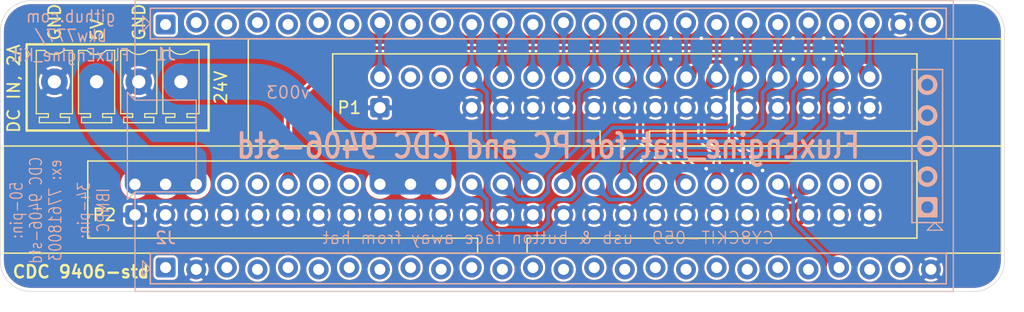
<source format=kicad_pcb>
(kicad_pcb (version 20240108) (generator "pcbnew") (generator_version "8.0")
  (title_block (title "FluxEngine_Hat for PC and CDC 9406-std") (date "2024-04-29") (rev "003") (company "Brian K. White - b.kenyon.w@gmail.com") (comment 1 "github.com/bkw777/FluxEngine_Kit"))
  (layers (0 "F.Cu" signal) (31 "B.Cu" signal) (34 "B.Paste" user) (35 "F.Paste" user) (36 "B.SilkS" user "B.Silkscreen") (37 "F.SilkS" user "F.Silkscreen") (38 "B.Mask" user) (39 "F.Mask" user) (44 "Edge.Cuts" user))
  (net 0 "")
  (net 1 "GND")
  (net 4 "/SIDE")
  (net 5 "/~{DSB}")
  (net 6 "/~{REDWC}")
  (net 7 "/~{TRK0}")
  (net 8 "/~{MOTB}")
  (net 9 "/~{WGATE}")
  (net 10 "/~{INDEX}")
  (net 11 "/~{WPROT}")
  (net 12 "/~{DSA}")
  (net 13 "/~{MOTA}")
  (net 14 "/~{STEP}")
  (net 15 "/DIR")
  (net 48 "/5VDC")
  (net 49 "/24VDC")
  (net 54 "/~{DSKCHG}")
  (net 57 "/~{WDATA}")
  (net 58 "/~{RDATA}")
  (net 60 "/~{TG43}")
  (footprint "000_LOCAL:IDC-Header_2x17_P2.54mm_Latch_Vertical - FDD" (layer "F.Cu") (at 133.985 93.345 90)
    (property "Reference" "P1" (at 0 -2.54 0) (layer "F.SilkS"))
    (property "Value" "FDC_BUS_IBMPC")
    (fp_line (start 5.715 -10.922) (end 5.715 51.562) (stroke (width 0.12)) (layer "F.SilkS"))
    (fp_line (start -3.175 -10.922) (end 5.715 -10.922) (stroke (width 0.12)) (layer "F.SilkS"))
    (fp_line (start 4.47 -3.92) (end 4.47 44.56) (stroke (width 0.12)) (layer "F.SilkS"))
    (fp_line (start -1.93 -3.92) (end 4.47 -3.92) (stroke (width 0.12)) (layer "F.SilkS"))
    (fp_line (start -1.93 18.27) (end -1.93 -3.92) (stroke (width 0.12)) (layer "F.SilkS"))
    (fp_line (start -3.175 18.27) (end -1.93 18.27) (stroke (width 0.12)) (layer "F.SilkS"))
    (fp_line (start -1.93 22.37) (end -1.93 22.37) (stroke (width 0.12)) (layer "F.SilkS"))
    (fp_line (start -1.93 22.37) (end -3.175 22.37) (stroke (width 0.12)) (layer "F.SilkS"))
    (fp_line (start 4.47 44.56) (end -1.93 44.56) (stroke (width 0.12)) (layer "F.SilkS"))
    (fp_line (start -1.93 44.56) (end -1.93 22.37) (stroke (width 0.12)) (layer "F.SilkS"))
    (fp_line (start 5.715 51.562) (end -3.175 51.562) (stroke (width 0.12)) (layer "F.SilkS"))
    (fp_line (start -3.175 51.562) (end -3.175 -10.922) (stroke (width 0.12)) (layer "F.SilkS"))
    (pad "1" thru_hole roundrect (at 0 0 90) (size 1.6 1.6) (drill 0.95) (layers "*.Cu" "*.Mask") (roundrect_rratio 0.15625) (net 1 "GND"))
    (pad "2" thru_hole circle (at 2.54 0 90) (size 1.6 1.6) (drill 0.95) (layers "*.Cu" "*.Mask") (net 6 "/~{REDWC}"))
    (pad "4" thru_hole circle (at 2.54 2.54 90) (size 1.6 1.6) (drill 0.95) (layers "*.Cu" "*.Mask"))
    (pad "6" thru_hole circle (at 2.54 5.08 90) (size 1.6 1.6) (drill 0.95) (layers "*.Cu" "*.Mask"))
    (pad "7" thru_hole circle (at 0 7.62 90) (size 1.6 1.6) (drill 0.95) (layers "*.Cu" "*.Mask") (net 1 "GND"))
    (pad "8" thru_hole circle (at 2.54 7.62 90) (size 1.6 1.6) (drill 0.95) (layers "*.Cu" "*.Mask") (net 10 "/~{INDEX}"))
    (pad "9" thru_hole circle (at 0 10.16 90) (size 1.6 1.6) (drill 0.95) (layers "*.Cu" "*.Mask") (net 1 "GND"))
    (pad "10" thru_hole circle (at 2.54 10.16 90) (size 1.6 1.6) (drill 0.95) (layers "*.Cu" "*.Mask") (net 13 "/~{MOTA}"))
    (pad "11" thru_hole circle (at 0 12.7 90) (size 1.6 1.6) (drill 0.95) (layers "*.Cu" "*.Mask") (net 1 "GND"))
    (pad "12" thru_hole circle (at 2.54 12.7 90) (size 1.6 1.6) (drill 0.95) (layers "*.Cu" "*.Mask") (net 5 "/~{DSB}"))
    (pad "13" thru_hole circle (at 0 15.24 90) (size 1.6 1.6) (drill 0.95) (layers "*.Cu" "*.Mask") (net 1 "GND"))
    (pad "14" thru_hole circle (at 2.54 15.24 90) (size 1.6 1.6) (drill 0.95) (layers "*.Cu" "*.Mask") (net 12 "/~{DSA}"))
    (pad "15" thru_hole circle (at 0 17.78 90) (size 1.6 1.6) (drill 0.95) (layers "*.Cu" "*.Mask") (net 1 "GND"))
    (pad "16" thru_hole circle (at 2.54 17.78 90) (size 1.6 1.6) (drill 0.95) (layers "*.Cu" "*.Mask") (net 8 "/~{MOTB}"))
    (pad "17" thru_hole circle (at 0 20.32 90) (size 1.6 1.6) (drill 0.95) (layers "*.Cu" "*.Mask") (net 1 "GND"))
    (pad "18" thru_hole circle (at 2.54 20.32 90) (size 1.6 1.6) (drill 0.95) (layers "*.Cu" "*.Mask") (net 15 "/DIR"))
    (pad "19" thru_hole circle (at 0 22.86 90) (size 1.6 1.6) (drill 0.95) (layers "*.Cu" "*.Mask") (net 1 "GND"))
    (pad "20" thru_hole circle (at 2.54 22.86 90) (size 1.6 1.6) (drill 0.95) (layers "*.Cu" "*.Mask") (net 14 "/~{STEP}"))
    (pad "21" thru_hole circle (at 0 25.4 90) (size 1.6 1.6) (drill 0.95) (layers "*.Cu" "*.Mask") (net 1 "GND"))
    (pad "22" thru_hole circle (at 2.54 25.4 90) (size 1.6 1.6) (drill 0.95) (layers "*.Cu" "*.Mask") (net 57 "/~{WDATA}"))
    (pad "23" thru_hole circle (at 0 27.94 90) (size 1.6 1.6) (drill 0.95) (layers "*.Cu" "*.Mask") (net 1 "GND"))
    (pad "24" thru_hole circle (at 2.54 27.94 90) (size 1.6 1.6) (drill 0.95) (layers "*.Cu" "*.Mask") (net 9 "/~{WGATE}"))
    (pad "25" thru_hole circle (at 0 30.48 90) (size 1.6 1.6) (drill 0.95) (layers "*.Cu" "*.Mask") (net 1 "GND"))
    (pad "26" thru_hole circle (at 2.54 30.48 90) (size 1.6 1.6) (drill 0.95) (layers "*.Cu" "*.Mask") (net 7 "/~{TRK0}"))
    (pad "27" thru_hole circle (at 0 33.02 90) (size 1.6 1.6) (drill 0.95) (layers "*.Cu" "*.Mask") (net 1 "GND"))
    (pad "28" thru_hole circle (at 2.54 33.02 90) (size 1.6 1.6) (drill 0.95) (layers "*.Cu" "*.Mask") (net 11 "/~{WPROT}"))
    (pad "29" thru_hole circle (at 0 35.56 90) (size 1.6 1.6) (drill 0.95) (layers "*.Cu" "*.Mask") (net 1 "GND"))
    (pad "30" thru_hole circle (at 2.54 35.56 90) (size 1.6 1.6) (drill 0.95) (layers "*.Cu" "*.Mask") (net 58 "/~{RDATA}"))
    (pad "31" thru_hole circle (at 0 38.1 90) (size 1.6 1.6) (drill 0.95) (layers "*.Cu" "*.Mask") (net 1 "GND"))
    (pad "32" thru_hole circle (at 2.54 38.1 90) (size 1.6 1.6) (drill 0.95) (layers "*.Cu" "*.Mask") (net 4 "/SIDE"))
    (pad "33" thru_hole circle (at 0 40.64 90) (size 1.6 1.6) (drill 0.95) (layers "*.Cu" "*.Mask") (net 1 "GND"))
    (pad "34" thru_hole circle (at 2.54 40.64 90) (size 1.6 1.6) (drill 0.95) (layers "*.Cu" "*.Mask") (net 54 "/~{DSKCHG}"))
  )
  (footprint "000_LOCAL:ScrewTerminal_1x04_P3.5mm_vertical" (layer "F.Cu") (at 112.225001 91.585999 180)
    (property "Reference" "J2" (hide yes))
    (property "Value" "Screw_Terminal_01x04")
    (fp_line (start 7.55 3.5) (end 7.55 -3.65) (stroke (width 0.2)) (layer "F.SilkS"))
    (fp_line (start 7.55 -3.65) (end -7.55 -3.65) (stroke (width 0.2)) (layer "F.SilkS"))
    (fp_line (start 6.75 2.997056) (end 6.75 -2.252944) (stroke (width 0.1)) (layer "F.SilkS"))
    (fp_line (start 6.5 -2.552944) (end 5.75 -2.552944) (stroke (width 0.1)) (layer "F.SilkS"))
    (fp_line (start 6.5 -3.002944) (end 6.5 -2.552944) (stroke (width 0.1)) (layer "F.SilkS"))
    (fp_line (start 6.05 2.997056) (end 6.75 2.997056) (stroke (width 0.1)) (layer "F.SilkS"))
    (fp_line (start 5.75 -2.252944) (end 6.75 -2.252944) (stroke (width 0.1)) (layer "F.SilkS"))
    (fp_line (start 5.75 -2.552944) (end 5.75 -2.252944) (stroke (width 0.1)) (layer "F.SilkS"))
    (fp_line (start 4.75 -2.252944) (end 4.75 -2.552944) (stroke (width 0.1)) (layer "F.SilkS"))
    (fp_line (start 4.75 -2.552944) (end 4 -2.552944) (stroke (width 0.1)) (layer "F.SilkS"))
    (fp_line (start 4 -2.552944) (end 4 -3.002944) (stroke (width 0.1)) (layer "F.SilkS"))
    (fp_line (start 4 -3.002944) (end 6.5 -3.002944) (stroke (width 0.1)) (layer "F.SilkS"))
    (fp_line (start 3.75 2.997056) (end 4.45 2.997056) (stroke (width 0.1)) (layer "F.SilkS"))
    (fp_line (start 3.75 -2.252944) (end 4.75 -2.252944) (stroke (width 0.1)) (layer "F.SilkS"))
    (fp_line (start 3.75 -2.252944) (end 3.75 2.997056) (stroke (width 0.1)) (layer "F.SilkS"))
    (fp_line (start 3.25 2.998528) (end 3.25 -2.251472) (stroke (width 0.1)) (layer "F.SilkS"))
    (fp_line (start 3 -2.551472) (end 2.25 -2.551472) (stroke (width 0.1)) (layer "F.SilkS"))
    (fp_line (start 3 -3.001472) (end 3 -2.551472) (stroke (width 0.1)) (layer "F.SilkS"))
    (fp_line (start 2.55 2.998528) (end 3.25 2.998528) (stroke (width 0.1)) (layer "F.SilkS"))
    (fp_line (start 2.25 -2.251472) (end 3.25 -2.251472) (stroke (width 0.1)) (layer "F.SilkS"))
    (fp_line (start 2.25 -2.551472) (end 2.25 -2.251472) (stroke (width 0.1)) (layer "F.SilkS"))
    (fp_line (start 1.25 -2.251472) (end 1.25 -2.551472) (stroke (width 0.1)) (layer "F.SilkS"))
    (fp_line (start 1.25 -2.551472) (end 0.5 -2.551472) (stroke (width 0.1)) (layer "F.SilkS"))
    (fp_line (start 0.5 -2.551472) (end 0.5 -3.001472) (stroke (width 0.1)) (layer "F.SilkS"))
    (fp_line (start 0.5 -3.001472) (end 3 -3.001472) (stroke (width 0.1)) (layer "F.SilkS"))
    (fp_line (start 0.25 2.998528) (end 0.95 2.998528) (stroke (width 0.1)) (layer "F.SilkS"))
    (fp_line (start 0.25 -2.251472) (end 1.25 -2.251472) (stroke (width 0.1)) (layer "F.SilkS"))
    (fp_line (start 0.25 -2.251472) (end 0.25 2.998528) (stroke (width 0.1)) (layer "F.SilkS"))
    (fp_line (start -0.25 2.998528) (end -0.25 -2.251472) (stroke (width 0.1)) (layer "F.SilkS"))
    (fp_line (start -0.5 -2.55) (end -1.25 -2.55) (stroke (width 0.1)) (layer "F.SilkS"))
    (fp_line (start -0.5 -3) (end -0.5 -2.55) (stroke (width 0.1)) (layer "F.SilkS"))
    (fp_line (start -0.95 2.998528) (end -0.25 2.998528) (stroke (width 0.1)) (layer "F.SilkS"))
    (fp_line (start -1.25 -2.25) (end -0.25 -2.25) (stroke (width 0.1)) (layer "F.SilkS"))
    (fp_line (start -1.25 -2.55) (end -1.25 -2.25) (stroke (width 0.1)) (layer "F.SilkS"))
    (fp_line (start -2.25 -2.25) (end -2.25 -2.55) (stroke (width 0.1)) (layer "F.SilkS"))
    (fp_line (start -2.25 -2.55) (end -3 -2.55) (stroke (width 0.1)) (layer "F.SilkS"))
    (fp_line (start -3 -2.55) (end -3 -3) (stroke (width 0.1)) (layer "F.SilkS"))
    (fp_line (start -3 -3) (end -0.5 -3) (stroke (width 0.1)) (layer "F.SilkS"))
    (fp_line (start -3.25 2.998528) (end -2.55 2.998528) (stroke (width 0.1)) (layer "F.SilkS"))
    (fp_line (start -3.25 -2.25) (end -2.25 -2.25) (stroke (width 0.1)) (layer "F.SilkS"))
    (fp_line (start -3.25 -2.251472) (end -3.25 2.998528) (stroke (width 0.1)) (layer "F.SilkS"))
    (fp_line (start -3.75 3) (end -3.75 -2.25) (stroke (width 0.1)) (layer "F.SilkS"))
    (fp_line (start -4 -2.55) (end -4.75 -2.55) (stroke (width 0.1)) (layer "F.SilkS"))
    (fp_line (start -4 -3) (end -4 -2.55) (stroke (width 0.1)) (layer "F.SilkS"))
    (fp_line (start -4.45 3) (end -3.75 3) (stroke (width 0.1)) (layer "F.SilkS"))
    (fp_line (start -4.75 -2.25) (end -3.75 -2.25) (stroke (width 0.1)) (layer "F.SilkS"))
    (fp_line (start -4.75 -2.55) (end -4.75 -2.25) (stroke (width 0.1)) (layer "F.SilkS"))
    (fp_line (start -5.75 -2.25) (end -5.75 -2.55) (stroke (width 0.1)) (layer "F.SilkS"))
    (fp_line (start -5.75 -2.55) (end -6.5 -2.55) (stroke (width 0.1)) (layer "F.SilkS"))
    (fp_line (start -6.5 -2.55) (end -6.5 -3) (stroke (width 0.1)) (layer "F.SilkS"))
    (fp_line (start -6.5 -3) (end -4 -3) (stroke (width 0.1)) (layer "F.SilkS"))
    (fp_line (start -6.75 3) (end -6.05 3) (stroke (width 0.1)) (layer "F.SilkS"))
    (fp_line (start -6.75 -2.25) (end -5.75 -2.25) (stroke (width 0.1)) (layer "F.SilkS"))
    (fp_line (start -6.75 -2.25) (end -6.75 3) (stroke (width 0.1)) (layer "F.SilkS"))
    (fp_line (start -7.55 3.5) (end 7.55 3.5) (stroke (width 0.2)) (layer "F.SilkS"))
    (fp_line (start -7.55 -3.65) (end -7.55 3.5) (stroke (width 0.2)) (layer "F.SilkS"))
    (fp_arc (start 4.449962 2.997173) (mid 5.249973 2.665783) (end 6.05 2.997134) (stroke (width 0.1)) (layer "F.SilkS"))
    (fp_arc (start 0.949923 2.998606) (mid 1.749945 2.667202) (end 2.55 2.998528) (stroke (width 0.1)) (layer "F.SilkS"))
    (fp_arc (start -2.550077 2.998606) (mid -1.750055 2.667203) (end -0.95 2.998528) (stroke (width 0.1)) (layer "F.SilkS"))
    (fp_arc (start -6.050077 3.000078) (mid -5.250055 2.668675) (end -4.45 3) (stroke (width 0.1)) (layer "F.SilkS"))
    (pad "1" thru_hole circle (at -5.25 0.4 180) (size 2.2 2.2) (drill 1.1) (layers "*.Cu" "*.Mask") (net 49 "/24VDC"))
    (pad "2" thru_hole circle (at -1.75 0.4 180) (size 2.2 2.2) (drill 1.1) (layers "*.Cu" "*.Mask") (net 1 "GND") (thermal_bridge_width 0.6))
    (pad "3" thru_hole circle (at 1.75 0.4 180) (size 2.2 2.2) (drill 1.1) (layers "*.Cu" "*.Mask") (net 48 "/5VDC"))
    (pad "4" thru_hole circle (at 5.25 0.4 180) (size 2.2 2.2) (drill 1.1) (layers "*.Cu" "*.Mask") (net 1 "GND") (thermal_bridge_width 0.6))
  )
  (footprint "000_LOCAL:IDC-Header_2x25_P2.54mm_Latch_Vertical" (layer "F.Cu") (at 113.665001 102.235001 90)
    (property "Reference" "P2" (at 0 -2.54 0) (layer "F.SilkS"))
    (property "Value" "FDC_BUS_CDC_9406_STD")
    (fp_line (start 5.715 -10.922) (end 5.715 71.882) (stroke (width 0.12)) (layer "F.SilkS"))
    (fp_line (start -3.175 -10.922) (end 5.715 -10.922) (stroke (width 0.12)) (layer "F.SilkS"))
    (fp_line (start 4.47 -3.92) (end 4.47 64.88) (stroke (width 0.12)) (layer "F.SilkS"))
    (fp_line (start -1.930001 -3.92) (end 4.47 -3.92) (stroke (width 0.12)) (layer "F.SilkS"))
    (fp_line (start -1.93 28.43) (end -1.930001 -3.92) (stroke (width 0.12)) (layer "F.SilkS"))
    (fp_line (start -3.175 28.43) (end -1.93 28.43) (stroke (width 0.12)) (layer "F.SilkS"))
    (fp_line (start -1.93 32.530001) (end -1.93 32.530001) (stroke (width 0.12)) (layer "F.SilkS"))
    (fp_line (start -1.93 32.530001) (end -3.175 32.530001) (stroke (width 0.12)) (layer "F.SilkS"))
    (fp_line (start 4.47 64.88) (end -1.93 64.88) (stroke (width 0.12)) (layer "F.SilkS"))
    (fp_line (start -1.93 64.88) (end -1.93 32.530001) (stroke (width 0.12)) (layer "F.SilkS"))
    (fp_line (start 5.715 71.882) (end -3.175 71.882001) (stroke (width 0.12)) (layer "F.SilkS"))
    (fp_line (start -3.175 71.882001) (end -3.175 -10.922) (stroke (width 0.12)) (layer "F.SilkS"))
    (pad "1" thru_hole roundrect (at 0 0 90) (size 1.6 1.6) (drill 0.95) (layers "*.Cu" "*.Mask") (roundrect_rratio 0.15625) (net 1 "GND"))
    (pad "2" thru_hole circle (at 2.54 0 90) (size 1.6 1.6) (drill 0.95) (layers "*.Cu" "*.Mask") (net 48 "/5VDC"))
    (pad "3" thru_hole circle (at 0 2.54 90) (size 1.6 1.6) (drill 0.95) (layers "*.Cu" "*.Mask") (net 1 "GND"))
    (pad "4" thru_hole circle (at 2.54 2.54 90) (size 1.6 1.6) (drill 0.95) (layers "*.Cu" "*.Mask") (net 48 "/5VDC"))
    (pad "5" thru_hole circle (at 0 5.079999 90) (size 1.6 1.6) (drill 0.95) (layers "*.Cu" "*.Mask") (net 1 "GND"))
    (pad "6" thru_hole circle (at 2.54 5.08 90) (size 1.6 1.6) (drill 0.95) (layers "*.Cu" "*.Mask") (net 48 "/5VDC"))
    (pad "7" thru_hole circle (at 0 7.62 90) (size 1.6 1.6) (drill 0.95) (layers "*.Cu" "*.Mask") (net 1 "GND"))
    (pad "8" thru_hole circle (at 2.54 7.62 90) (size 1.6 1.6) (drill 0.95) (layers "*.Cu" "*.Mask"))
    (pad "9" thru_hole circle (at 0 10.16 90) (size 1.6 1.6) (drill 0.95) (layers "*.Cu" "*.Mask") (net 1 "GND"))
    (pad "10" thru_hole circle (at 2.54 10.16 90) (size 1.6 1.6) (drill 0.95) (layers "*.Cu" "*.Mask"))
    (pad "11" thru_hole circle (at 0 12.7 90) (size 1.6 1.6) (drill 0.95) (layers "*.Cu" "*.Mask") (net 1 "GND"))
    (pad "12" thru_hole circle (at 2.54 12.7 90) (size 1.6 1.6) (drill 0.95) (layers "*.Cu" "*.Mask") (net 54 "/~{DSKCHG}"))
    (pad "13" thru_hole circle (at 0 15.24 90) (size 1.6 1.6) (drill 0.95) (layers "*.Cu" "*.Mask") (net 1 "GND"))
    (pad "14" thru_hole circle (at 2.54 15.24 90) (size 1.6 1.6) (drill 0.95) (layers "*.Cu" "*.Mask"))
    (pad "15" thru_hole circle (at 0 17.780001 90) (size 1.6 1.6) (drill 0.95) (layers "*.Cu" "*.Mask") (net 1 "GND"))
    (pad "16" thru_hole circle (at 2.54 17.78 90) (size 1.6 1.6) (drill 0.95) (layers "*.Cu" "*.Mask"))
    (pad "17" thru_hole circle (at 0 20.32 90) (size 1.6 1.6) (drill 0.95) (layers "*.Cu" "*.Mask") (net 1 "GND"))
    (pad "18" thru_hole circle (at 2.54 20.32 90) (size 1.6 1.6) (drill 0.95) (layers "*.Cu" "*.Mask") (net 49 "/24VDC"))
    (pad "19" thru_hole circle (at 0 22.86 90) (size 1.6 1.6) (drill 0.95) (layers "*.Cu" "*.Mask") (net 1 "GND"))
    (pad "20" thru_hole circle (at 2.54 22.86 90) (size 1.6 1.6) (drill 0.95) (layers "*.Cu" "*.Mask") (net 49 "/24VDC"))
    (pad "21" thru_hole circle (at 0 25.4 90) (size 1.6 1.6) (drill 0.95) (layers "*.Cu" "*.Mask") (net 1 "GND"))
    (pad "22" thru_hole circle (at 2.54 25.4 90) (size 1.6 1.6) (drill 0.95) (layers "*.Cu" "*.Mask") (net 49 "/24VDC"))
    (pad "23" thru_hole circle (at 0 27.939999 90) (size 1.6 1.6) (drill 0.95) (layers "*.Cu" "*.Mask") (net 1 "GND"))
    (pad "24" thru_hole circle (at 2.54 27.94 90) (size 1.6 1.6) (drill 0.95) (layers "*.Cu" "*.Mask") (net 11 "/~{WPROT}"))
    (pad "25" thru_hole circle (at 0 30.48 90) (size 1.6 1.6) (drill 0.95) (layers "*.Cu" "*.Mask") (net 1 "GND"))
    (pad "26" thru_hole circle (at 2.54 30.48 90) (size 1.6 1.6) (drill 0.95) (layers "*.Cu" "*.Mask") (net 8 "/~{MOTB}"))
    (pad "27" thru_hole circle (at 0 33.02 90) (size 1.6 1.6) (drill 0.95) (layers "*.Cu" "*.Mask") (net 1 "GND"))
    (pad "28" thru_hole circle (at 2.54 33.02 90) (size 1.6 1.6) (drill 0.95) (layers "*.Cu" "*.Mask") (net 10 "/~{INDEX}"))
    (pad "29" thru_hole circle (at 0 35.56 90) (size 1.6 1.6) (drill 0.95) (layers "*.Cu" "*.Mask") (net 1 "GND"))
    (pad "30" thru_hole circle (at 2.54 35.56 90) (size 1.6 1.6) (drill 0.95) (layers "*.Cu" "*.Mask") (net 7 "/~{TRK0}"))
    (pad "31" thru_hole circle (at 0 38.099999 90) (size 1.6 1.6) (drill 0.95) (layers "*.Cu" "*.Mask") (net 1 "GND"))
    (pad "32" thru_hole circle (at 2.54 38.1 90) (size 1.6 1.6) (drill 0.95) (layers "*.Cu" "*.Mask") (net 4 "/SIDE"))
    (pad "33" thru_hole circle (at 0 40.640001 90) (size 1.6 1.6) (drill 0.95) (layers "*.Cu" "*.Mask") (net 1 "GND"))
    (pad "34" thru_hole circle (at 2.54 40.64 90) (size 1.6 1.6) (drill 0.95) (layers "*.Cu" "*.Mask") (net 58 "/~{RDATA}"))
    (pad "35" thru_hole circle (at 0 43.18 90) (size 1.6 1.6) (drill 0.95) (layers "*.Cu" "*.Mask") (net 1 "GND"))
    (pad "36" thru_hole circle (at 2.54 43.18 90) (size 1.6 1.6) (drill 0.95) (layers "*.Cu" "*.Mask"))
    (pad "37" thru_hole circle (at 0 45.72 90) (size 1.6 1.6) (drill 0.95) (layers "*.Cu" "*.Mask") (net 1 "GND"))
    (pad "38" thru_hole circle (at 2.54 45.72 90) (size 1.6 1.6) (drill 0.95) (layers "*.Cu" "*.Mask") (net 15 "/DIR"))
    (pad "39" thru_hole circle (at 0 48.26 90) (size 1.6 1.6) (drill 0.95) (layers "*.Cu" "*.Mask") (net 1 "GND"))
    (pad "40" thru_hole circle (at 2.54 48.26 90) (size 1.6 1.6) (drill 0.95) (layers "*.Cu" "*.Mask") (net 9 "/~{WGATE}"))
    (pad "41" thru_hole circle (at 0 50.799999 90) (size 1.6 1.6) (drill 0.95) (layers "*.Cu" "*.Mask") (net 1 "GND"))
    (pad "42" thru_hole circle (at 2.54 50.8 90) (size 1.6 1.6) (drill 0.95) (layers "*.Cu" "*.Mask") (net 57 "/~{WDATA}"))
    (pad "43" thru_hole circle (at 0 53.34 90) (size 1.6 1.6) (drill 0.95) (layers "*.Cu" "*.Mask") (net 1 "GND"))
    (pad "44" thru_hole circle (at 2.54 53.34 90) (size 1.6 1.6) (drill 0.95) (layers "*.Cu" "*.Mask") (net 60 "/~{TG43}"))
    (pad "45" thru_hole circle (at 0 55.88 90) (size 1.6 1.6) (drill 0.95) (layers "*.Cu" "*.Mask") (net 1 "GND"))
    (pad "46" thru_hole circle (at 2.54 55.88 90) (size 1.6 1.6) (drill 0.95) (layers "*.Cu" "*.Mask") (net 14 "/~{STEP}"))
    (pad "47" thru_hole circle (at 0 58.42 90) (size 1.6 1.6) (drill 0.95) (layers "*.Cu" "*.Mask") (net 1 "GND"))
    (pad "48" thru_hole circle (at 2.54 58.42 90) (size 1.6 1.6) (drill 0.95) (layers "*.Cu" "*.Mask"))
    (pad "49" thru_hole circle (at 0 60.959999 90) (size 1.6 1.6) (drill 0.95) (layers "*.Cu" "*.Mask") (net 1 "GND"))
    (pad "50" thru_hole circle (at 2.54 60.96 90) (size 1.6 1.6) (drill 0.95) (layers "*.Cu" "*.Mask"))
  )
  (footprint "000_LOCAL:CY8CKIT-059 dry fit" (layer "B.Cu") (at 116.205001 86.359999 -90)
    (property "Reference" "J1" (hide yes))
    (property "Value" "CY8CKIT-059")
    (fp_line (start 14.605 3.175) (end 5.715 3.175) (stroke (width 0.1)) (layer "B.SilkS"))
    (fp_line (start 6.35 2.54) (end 5.715 3.175) (stroke (width 0.1)) (layer "B.SilkS"))
    (fp_line (start 6.35 2.54) (end -1.905 2.54) (stroke (width 0.1)) (layer "B.SilkS"))
    (fp_line (start 6.35 2.54) (end 6.35 -2.54) (stroke (width 0.1)) (layer "B.SilkS"))
    (fp_line (start 13.97 2.54) (end 14.605 3.175) (stroke (width 0.1)) (layer "B.SilkS"))
    (fp_line (start 22.225 2.54) (end 13.97 2.54) (stroke (width 0.1)) (layer "B.SilkS"))
    (fp_line (start 22.225 2.54) (end 22.225 -65.3542) (stroke (width 0.1)) (layer "B.SilkS"))
    (fp_line (start -0.635 1.905) (end 0 1.27) (stroke (width 0.1)) (layer "B.SilkS"))
    (fp_line (start 0.635 1.905) (end -0.635 1.905) (stroke (width 0.1)) (layer "B.SilkS"))
    (fp_line (start 19.685 1.905) (end 20.32 1.27) (stroke (width 0.1)) (layer "B.SilkS"))
    (fp_line (start 20.955 1.905) (end 19.685 1.905) (stroke (width 0.1)) (layer "B.SilkS"))
    (fp_line (start 0 1.27) (end 0.635 1.905) (stroke (width 0.1)) (layer "B.SilkS"))
    (fp_line (start 1.27 1.27) (end -1.27 1.27) (stroke (width 0.12)) (layer "B.SilkS"))
    (fp_line (start 20.32 1.27) (end 20.955 1.905) (stroke (width 0.1)) (layer "B.SilkS"))
    (fp_line (start 21.59 1.27) (end 19.05 1.27) (stroke (width 0.12)) (layer "B.SilkS"))
    (fp_line (start 6.35 -2.54) (end 13.97 -2.54) (stroke (width 0.1)) (layer "B.SilkS"))
    (fp_line (start 13.97 -2.54) (end 13.97 2.54) (stroke (width 0.1)) (layer "B.SilkS"))
    (fp_line (start 3.809998 -61.9252) (end 16.509999 -61.925199) (stroke (width 0.12)) (layer "B.SilkS"))
    (fp_line (start 17.145 -63.1952) (end 16.51 -63.8302) (stroke (width 0.1)) (layer "B.SilkS"))
    (fp_line (start 16.51 -63.8302) (end 17.145 -64.4652) (stroke (width 0.1)) (layer "B.SilkS"))
    (fp_line (start 3.809998 -64.4652) (end 3.809998 -61.9252) (stroke (width 0.12)) (layer "B.SilkS"))
    (fp_line (start 3.809998 -64.4652) (end 16.509999 -64.465201) (stroke (width 0.12)) (layer "B.SilkS"))
    (fp_line (start 17.145 -64.4652) (end 17.145 -63.1952) (stroke (width 0.1)) (layer "B.SilkS"))
    (fp_line (start 16.509999 -64.465201) (end 16.509999 -61.925199) (stroke (width 0.12)) (layer "B.SilkS"))
    (fp_line (start -1.27 -64.77) (end -1.27 1.27) (stroke (width 0.12)) (layer "B.SilkS"))
    (fp_line (start 1.27 -64.77) (end 1.27 1.27) (stroke (width 0.12)) (layer "B.SilkS"))
    (fp_line (start 1.27 -64.77) (end -1.27 -64.77) (stroke (width 0.12)) (layer "B.SilkS"))
    (fp_line (start 19.05 -64.77) (end 19.05 1.27) (stroke (width 0.12)) (layer "B.SilkS"))
    (fp_line (start 21.59 -64.77) (end 21.59 1.27) (stroke (width 0.12)) (layer "B.SilkS"))
    (fp_line (start 21.59 -64.77) (end 19.05 -64.77) (stroke (width 0.12)) (layer "B.SilkS"))
    (fp_line (start -1.905 -65.3542) (end -1.905 2.54) (stroke (width 0.1)) (layer "B.SilkS"))
    (fp_line (start 22.225 -65.3542) (end -1.905 -65.3542) (stroke (width 0.1)) (layer "B.SilkS"))
    (fp_rect (start 15.9131 -63.8683) (end 14.5669 -62.5221) (stroke (width 0.35052)) (fill none) (layer "B.SilkS"))
    (fp_circle (center 5.08 -63.1952) (end 5.7531 -63.1952) (stroke (width 0.35052)) (fill none) (layer "B.SilkS"))
    (fp_circle (center 7.62 -63.1952) (end 8.2931 -63.1952) (stroke (width 0.35052)) (fill none) (layer "B.SilkS"))
    (fp_circle (center 10.16 -63.1952) (end 10.8331 -63.1952) (stroke (width 0.35052)) (fill none) (layer "B.SilkS"))
    (fp_circle (center 12.7 -63.1952) (end 13.3731 -63.1952) (stroke (width 0.35052)) (fill none) (layer "B.SilkS"))
    (fp_circle (center 15.24 -63.1952) (end 15.9131 -63.1952) (stroke (width 0.35052)) (fill none) (layer "B.SilkS"))
    (fp_text user "J2" (at 17.78 0 0) (layer "B.SilkS") (effects (justify mirror)))
    (fp_text user "J1" (at 2.54 0 0) (layer "B.SilkS") (effects (justify mirror)))
    (pad "J1_1" thru_hole roundrect (at 0.0762 0 270) (size 1.651 1.651) (drill 0.9144) (layers "*.Cu" "*.Mask") (roundrect_rratio 0.1514233798))
    (pad "J1_2" thru_hole circle (at -0.0762 -2.54 270) (size 1.651 1.651) (drill 0.9144) (layers "*.Cu" "*.Mask"))
    (pad "J1_3" thru_hole circle (at 0.0762 -5.08 270) (size 1.651 1.651) (drill 0.9144) (layers "*.Cu" "*.Mask"))
    (pad "J1_4" thru_hole circle (at -0.0762 -7.62 270) (size 1.651 1.651) (drill 0.9144) (layers "*.Cu" "*.Mask"))
    (pad "J1_5" thru_hole circle (at 0.0762 -10.16 270) (size 1.651 1.651) (drill 0.9144) (layers "*.Cu" "*.Mask"))
    (pad "J1_6" thru_hole circle (at -0.0762 -12.7 270) (size 1.651 1.651) (drill 0.9144) (layers "*.Cu" "*.Mask"))
    (pad "J1_7" thru_hole circle (at 0.0762 -15.24 270) (size 1.651 1.651) (drill 0.9144) (layers "*.Cu" "*.Mask"))
    (pad "J1_8" thru_hole circle (at -0.0762 -17.78 270) (size 1.651 1.651) (drill 0.9144) (layers "*.Cu" "*.Mask") (net 6 "/~{REDWC}"))
    (pad "J1_9" thru_hole circle (at 0.0762 -20.32 270) (size 1.651 1.651) (drill 0.9144) (layers "*.Cu" "*.Mask"))
    (pad "J1_10" thru_hole circle (at -0.0762 -22.86 270) (size 1.651 1.651) (drill 0.9144) (layers "*.Cu" "*.Mask"))
    (pad "J1_11" thru_hole circle (at 0.0762 -25.4 270) (size 1.651 1.651) (drill 0.9144) (layers "*.Cu" "*.Mask") (net 10 "/~{INDEX}"))
    (pad "J1_12" thru_hole circle (at -0.0762 -27.94 270) (size 1.651 1.651) (drill 0.9144) (layers "*.Cu" "*.Mask") (net 13 "/~{MOTA}"))
    (pad "J1_13" thru_hole circle (at 0.0762 -30.48 270) (size 1.651 1.651) (drill 0.9144) (layers "*.Cu" "*.Mask") (net 5 "/~{DSB}"))
    (pad "J1_14" thru_hole circle (at -0.0762 -33.02 270) (size 1.651 1.651) (drill 0.9144) (layers "*.Cu" "*.Mask") (net 12 "/~{DSA}"))
    (pad "J1_15" thru_hole circle (at 0.0762 -35.56 270) (size 1.651 1.651) (drill 0.9144) (layers "*.Cu" "*.Mask") (net 8 "/~{MOTB}"))
    (pad "J1_16" thru_hole circle (at -0.0762 -38.1 270) (size 1.651 1.651) (drill 0.9144) (layers "*.Cu" "*.Mask") (net 15 "/DIR"))
    (pad "J1_17" thru_hole circle (at 0.0762 -40.64 270) (size 1.651 1.651) (drill 0.9144) (layers "*.Cu" "*.Mask") (net 14 "/~{STEP}"))
    (pad "J1_18" thru_hole circle (at -0.0762 -43.18 270) (size 1.651 1.651) (drill 0.9144) (layers "*.Cu" "*.Mask") (net 57 "/~{WDATA}"))
    (pad "J1_19" thru_hole circle (at 0.0762 -45.72 270) (size 1.651 1.651) (drill 0.9144) (layers "*.Cu" "*.Mask") (net 9 "/~{WGATE}"))
    (pad "J1_20" thru_hole circle (at -0.0762 -48.26 270) (size 1.651 1.651) (drill 0.9144) (layers "*.Cu" "*.Mask") (net 7 "/~{TRK0}"))
    (pad "J1_21" thru_hole circle (at 0.0762 -50.8 270) (size 1.651 1.651) (drill 0.9144) (layers "*.Cu" "*.Mask") (net 11 "/~{WPROT}"))
    (pad "J1_22" thru_hole circle (at -0.0762 -53.34 270) (size 1.651 1.651) (drill 0.9144) (layers "*.Cu" "*.Mask") (net 58 "/~{RDATA}"))
    (pad "J1_23" thru_hole circle (at 0.0762 -55.88 270) (size 1.651 1.651) (drill 0.9144) (layers "*.Cu" "*.Mask") (net 4 "/SIDE"))
    (pad "J1_24" thru_hole circle (at -0.0762 -58.42 270) (size 1.651 1.651) (drill 0.9144) (layers "*.Cu" "*.Mask") (net 54 "/~{DSKCHG}"))
    (pad "J1_25" thru_hole circle (at 0.0762 -60.96 270) (size 1.651 1.651) (drill 0.9144) (layers "*.Cu" "*.Mask") (net 1 "GND"))
    (pad "J1_26" thru_hole circle (at -0.0762 -63.5 270) (size 1.651 1.651) (drill 0.9144) (layers "*.Cu" "*.Mask"))
    (pad "J2_1" thru_hole roundrect (at 20.2438 0 270) (size 1.651 1.651) (drill 0.9144) (layers "*.Cu" "*.Mask") (roundrect_rratio 0.1514233798))
    (pad "J2_2" thru_hole circle (at 20.3962 -2.54 270) (size 1.651 1.651) (drill 0.9144) (layers "*.Cu" "*.Mask") (net 1 "GND"))
    (pad "J2_3" thru_hole circle (at 20.2438 -5.08 270) (size 1.651 1.651) (drill 0.9144) (layers "*.Cu" "*.Mask"))
    (pad "J2_4" thru_hole circle (at 20.3962 -7.62 270) (size 1.651 1.651) (drill 0.9144) (layers "*.Cu" "*.Mask"))
    (pad "J2_5" thru_hole circle (at 20.2438 -10.16 270) (size 1.651 1.651) (drill 0.9144) (layers "*.Cu" "*.Mask"))
    (pad "J2_6" thru_hole circle (at 20.3962 -12.7 270) (size 1.651 1.651) (drill 0.9144) (layers "*.Cu" "*.Mask"))
    (pad "J2_7" thru_hole circle (at 20.2438 -15.24 270) (size 1.651 1.651) (drill 0.9144) (layers "*.Cu" "*.Mask"))
    (pad "J2_8" thru_hole circle (at 20.3962 -17.78 270) (size 1.651 1.651) (drill 0.9144) (layers "*.Cu" "*.Mask"))
    (pad "J2_9" thru_hole circle (at 20.2438 -20.32 270) (size 1.651 1.651) (drill 0.9144) (layers "*.Cu" "*.Mask"))
    (pad "J2_10" thru_hole circle (at 20.3962 -22.86 270) (size 1.651 1.651) (drill 0.9144) (layers "*.Cu" "*.Mask"))
    (pad "J2_11" thru_hole circle (at 20.2438 -25.4 270) (size 1.651 1.651) (drill 0.9144) (layers "*.Cu" "*.Mask"))
    (pad "J2_12" thru_hole circle (at 20.3962 -27.94 270) (size 1.651 1.651) (drill 0.9144) (layers "*.Cu" "*.Mask"))
    (pad "J2_13" thru_hole circle (at 20.2438 -30.48 270) (size 1.651 1.651) (drill 0.9144) (layers "*.Cu" "*.Mask"))
    (pad "J2_14" thru_hole circle (at 20.3962 -33.02 270) (size 1.651 1.651) (drill 0.9144) (layers "*.Cu" "*.Mask"))
    (pad "J2_15" thru_hole circle (at 20.2438 -35.56 270) (size 1.651 1.651) (drill 0.9144) (layers "*.Cu" "*.Mask"))
    (pad "J2_16" thru_hole circle (at 20.3962 -38.1 270) (size 1.651 1.651) (drill 0.9144) (layers "*.Cu" "*.Mask"))
    (pad "J2_17" thru_hole circle (at 20.2438 -40.64 270) (size 1.651 1.651) (drill 0.9144) (layers "*.Cu" "*.Mask"))
    (pad "J2_18" thru_hole circle (at 20.3962 -43.18 270) (size 1.651 1.651) (drill 0.9144) (layers "*.Cu" "*.Mask"))
    (pad "J2_19" thru_hole circle (at 20.2438 -45.72 270) (size 1.651 1.651) (drill 0.9144) (layers "*.Cu" "*.Mask"))
    (pad "J2_20" thru_hole circle (at 20.3962 -48.26 270) (size 1.651 1.651) (drill 0.9144) (layers "*.Cu" "*.Mask"))
    (pad "J2_21" thru_hole circle (at 20.2438 -50.8 270) (size 1.651 1.651) (drill 0.9144) (layers "*.Cu" "*.Mask"))
    (pad "J2_22" thru_hole circle (at 20.3962 -53.34 270) (size 1.651 1.651) (drill 0.9144) (layers "*.Cu" "*.Mask"))
    (pad "J2_23" thru_hole circle (at 20.2438 -55.88 270) (size 1.651 1.651) (drill 0.9144) (layers "*.Cu" "*.Mask") (net 60 "/~{TG43}"))
    (pad "J2_24" thru_hole circle (at 20.3962 -58.42 270) (size 1.651 1.651) (drill 0.9144) (layers "*.Cu" "*.Mask"))
    (pad "J2_25" thru_hole circle (at 20.2438 -60.96 270) (size 1.651 1.651) (drill 0.9144) (layers "*.Cu" "*.Mask"))
    (pad "J2_26" thru_hole circle (at 20.3962 -63.5 270) (size 1.651 1.651) (drill 0.9144) (layers "*.Cu" "*.Mask") (net 1 "GND"))
  )
  (gr_rect (start 133.985001 97.445724) (end 139.065001 99.695001) (stroke (width 1.7)) (fill solid) (layer "B.Cu") (net 49))
  (gr_rect (start 113.665001 97.445724) (end 118.745001 99.695001) (stroke (width 1.7)) (fill solid) (layer "B.Cu") (net 48))
  (gr_arc (start 132.425001 98.249999) (mid 133.068468 98.516532) (end 133.335001 99.159999) (stroke (width 0.4)) (layer "B.Cu") (net 49))
  (gr_arc (start 183.261 84.455001) (mid 185.057051 85.198949) (end 185.801 86.995) (stroke (width 0.05)) (layer "Edge.Cuts"))
  (gr_arc (start 102.489 86.995) (mid 103.232949 85.198948) (end 105.029001 84.454999) (stroke (width 0.05)) (layer "Edge.Cuts"))
  (gr_arc (start 185.801 106.045) (mid 185.057051 107.841051) (end 183.261 108.585) (stroke (width 0.05)) (layer "Edge.Cuts"))
  (gr_line (start 102.489 86.995) (end 102.489 106.045) (stroke (width 0.05)) (layer "Edge.Cuts"))
  (gr_line (start 183.261 84.455001) (end 105.029001 84.454999) (stroke (width 0.05)) (layer "Edge.Cuts"))
  (gr_line (start 185.801 106.045) (end 185.801 86.995) (stroke (width 0.05)) (layer "Edge.Cuts"))
  (gr_line (start 105.029 108.584999) (end 183.261 108.585) (stroke (width 0.05)) (layer "Edge.Cuts"))
  (gr_arc (start 105.029 108.584999) (mid 103.232949 107.841051) (end 102.489 106.045) (stroke (width 0.05)) (layer "Edge.Cuts"))
  (gr_text "${TITLE}" (at 147.955001 96.52 0) (layer "B.SilkS") (effects (font (size 2 1.6) (thickness 0.3)) (justify mirror)))
  (gr_text "34-pin:\nIBMPC" (at 108.839001 101.853999 90) (layer "B.SilkS") (effects (font (size 1 0.8) (thickness 0.1)) (justify top mirror)))
  (gr_text "50-pin:\nCDC 9406-std\nex: 77618003" (at 103.251001 101.853999 90) (layer "B.SilkS") (effects (font (size 1 0.8) (thickness 0.1)) (justify top mirror)))
  (gr_text "github.com\nbkw777/\nFluxEngine_Kit" (at 108.331001 87.375999 0) (layer "B.SilkS") (effects (font (size 1 0.9) (thickness 0.12)) (justify mirror)))
  (gr_text "v${REVISION}" (at 126.365001 92.074999 0) (layer "B.SilkS") (effects (font (size 1 1) (thickness 0.12)) (justify mirror)))
  (gr_text "CY8CKIT-059  usb & button face away from hat" (at 147.955001 104.139999 0) (layer "B.SilkS") (effects (font (size 1 1) (thickness 0.1)) (justify mirror)))
  (gr_text "5V" (at 110.505001 87.859999 90) (layer "F.SilkS") (effects (font (size 1 1)) (justify left)))
  (gr_text "CDC 9406-std" (at 103.405001 106.959999 0) (layer "F.SilkS") (effects (font (size 1.016 1.016) (thickness 0.2032) (bold yes)) (justify left)))
  (gr_text "GND" (at 107.005001 87.859999 90) (layer "F.SilkS") (effects (font (size 1 1)) (justify left)))
  (gr_text "GND" (at 114.005001 87.859999 90) (layer "F.SilkS") (effects (font (size 1 1)) (justify left)))
  (gr_text "24V" (at 120.205001 91.659999 90) (layer "F.SilkS") (effects (font (size 1 1)) (justify top)))
  (gr_text "DC IN, 2A" (at 103.605001 91.759999 90) (layer "F.SilkS") (effects (font (size 1 1))))
  (via (at 163.195001 87.579199) (size 0.6) (drill 0.3) (layers "F.Cu" "B.Cu") (net 1))
  (via (at 168.275001 89.306399) (size 0.6) (drill 0.3) (layers "F.Cu" "B.Cu") (net 1))
  (via (at 165.735001 98.551999) (size 0.6) (drill 0.3) (layers "F.Cu" "B.Cu") (net 1))
  (via (at 163.195001 98.551999) (size 0.6) (drill 0.3) (layers "F.Cu" "B.Cu") (net 1))
  (via (at 155.676601 97.739199) (size 0.6) (drill 0.3) (layers "F.Cu" "B.Cu") (net 1))
  (via (at 170.815001 87.579199) (size 0.6) (drill 0.3) (layers "F.Cu" "B.Cu") (net 1))
  (via (at 154.203401 96.723199) (size 0.6) (drill 0.3) (layers "F.Cu" "B.Cu") (net 1))
  (via (at 163.550601 89.306399) (size 0.6) (drill 0.3) (layers "F.Cu" "B.Cu") (net 1))
  (via (at 170.815001 89.306399) (size 0.6) (drill 0.3) (layers "F.Cu" "B.Cu") (net 1))
  (via (at 158.115001 89.306399) (size 0.6) (drill 0.3) (layers "F.Cu" "B.Cu") (net 1))
  (via (at 168.275001 87.579199) (size 0.6) (drill 0.3) (layers "F.Cu" "B.Cu") (net 1))
  (via (at 160.655001 87.579199) (size 0.6) (drill 0.3) (layers "F.Cu" "B.Cu") (net 1))
  (via (at 158.115001 87.579199) (size 0.6) (drill 0.3) (layers "F.Cu" "B.Cu") (net 1))
  (via (at 161.061401 98.399599) (size 0.6) (drill 0.3) (layers "F.Cu" "B.Cu") (net 1))
  (segment (start 155.575001 99.059999) (end 156.972001 97.662999) (width 0.3) (layer "B.Cu") (net 4))
  (segment (start 170.815001 92.074999) (end 172.085 90.805) (width 0.3) (layer "B.Cu") (net 4))
  (segment (start 172.085001 90.804999) (end 172.085 90.805) (width 0.3) (layer "B.Cu") (net 4))
  (segment (start 155.575001 100.329999) (end 155.575001 99.059999) (width 0.3) (layer "B.Cu") (net 4))
  (segment (start 151.765001 99.695001) (end 153.034999 100.964999) (width 0.3) (layer "B.Cu") (net 4))
  (segment (start 154.940001 100.964999) (end 155.575001 100.329999) (width 0.3) (layer "B.Cu") (net 4))
  (segment (start 156.972001 97.662999) (end 167.767001 97.662999) (width 0.3) (layer "B.Cu") (net 4))
  (segment (start 167.767001 97.662999) (end 170.815001 94.614999) (width 0.3) (layer "B.Cu") (net 4))
  (segment (start 170.815001 94.614999) (end 170.815001 92.074999) (width 0.3) (layer "B.Cu") (net 4))
  (segment (start 172.085001 86.436199) (end 172.085001 90.804999) (width 0.3) (layer "B.Cu") (net 4))
  (segment (start 153.034999 100.964999) (end 154.940001 100.964999) (width 0.3) (layer "B.Cu") (net 4))
  (segment (start 146.685001 90.804999) (end 146.685 90.805) (width 0.3) (layer "B.Cu") (net 5))
  (segment (start 146.685001 86.436199) (end 146.685001 90.804999) (width 0.3) (layer "B.Cu") (net 5))
  (segment (start 133.985001 90.804999) (end 133.985 90.805) (width 0.3) (layer "B.Cu") (net 6))
  (segment (start 133.985001 86.283799) (end 133.985001 90.804999) (width 0.3) (layer "B.Cu") (net 6))
  (segment (start 163.195001 94.614999) (end 163.195001 92.074999) (width 0.3) (layer "B.Cu") (net 7))
  (segment (start 164.465001 86.283799) (end 164.465001 90.804999) (width 0.3) (layer "B.Cu") (net 7))
  (segment (start 149.225001 99.059999) (end 153.289001 94.995999) (width 0.3) (layer "B.Cu") (net 7))
  (segment (start 164.465001 90.804999) (end 164.465 90.805) (width 0.3) (layer "B.Cu") (net 7))
  (segment (start 162.814001 94.995999) (end 163.195001 94.614999) (width 0.3) (layer "B.Cu") (net 7))
  (segment (start 163.195001 92.074999) (end 164.465 90.805) (width 0.3) (layer "B.Cu") (net 7))
  (segment (start 153.289001 94.995999) (end 162.814001 94.995999) (width 0.3) (layer "B.Cu") (net 7))
  (segment (start 149.225001 99.695001) (end 149.225001 99.059999) (width 0.3) (layer "B.Cu") (net 7))
  (segment (start 151.765001 86.436199) (end 151.765001 90.804999) (width 0.3) (layer "B.Cu") (net 8))
  (segment (start 144.145001 99.695001) (end 145.414999 100.964999) (width 0.3) (layer "B.Cu") (net 8))
  (segment (start 147.955001 100.329999) (end 147.955001 99.059999) (width 0.3) (layer "B.Cu") (net 8))
  (segment (start 147.320001 100.964999) (end 147.955001 100.329999) (width 0.3) (layer "B.Cu") (net 8))
  (segment (start 150.495001 92.074999) (end 151.765 90.805) (width 0.3) (layer "B.Cu") (net 8))
  (segment (start 145.414999 100.964999) (end 147.320001 100.964999) (width 0.3) (layer "B.Cu") (net 8))
  (segment (start 150.495001 96.519999) (end 150.495001 92.074999) (width 0.3) (layer "B.Cu") (net 8))
  (segment (start 151.765001 90.804999) (end 151.765 90.805) (width 0.3) (layer "B.Cu") (net 8))
  (segment (start 147.955001 99.059999) (end 150.495001 96.519999) (width 0.3) (layer "B.Cu") (net 8))
  (segment (start 161.925001 99.695001) (end 161.925001 97.154999) (width 0.3) (layer "F.Cu") (net 9))
  (segment (start 160.655001 92.074999) (end 161.925 90.805) (width 0.3) (layer "F.Cu") (net 9))
  (segment (start 161.925001 97.154999) (end 160.655001 95.884999) (width 0.3) (layer "F.Cu") (net 9))
  (segment (start 160.655001 95.884999) (end 160.655001 92.074999) (width 0.3) (layer "F.Cu") (net 9))
  (segment (start 161.925001 86.436199) (end 161.925001 90.804999) (width 0.3) (layer "B.Cu") (net 9))
  (segment (start 161.925001 90.804999) (end 161.925 90.805) (width 0.3) (layer "B.Cu") (net 9))
  (segment (start 141.605001 90.804999) (end 141.605 90.805) (width 0.3) (layer "B.Cu") (net 10))
  (segment (start 146.685001 99.695001) (end 142.875001 95.885001) (width 0.3) (layer "B.Cu") (net 10))
  (segment (start 142.875001 95.885001) (end 142.875001 92.075001) (width 0.3) (layer "B.Cu") (net 10))
  (segment (start 142.875001 92.075001) (end 141.605 90.805) (width 0.3) (layer "B.Cu") (net 10))
  (segment (start 141.605001 86.436199) (end 141.605001 90.804999) (width 0.3) (layer "B.Cu") (net 10))
  (segment (start 153.924001 95.630999) (end 164.719001 95.630999) (width 0.3) (layer "B.Cu") (net 11))
  (segment (start 167.005001 90.804999) (end 167.005 90.805) (width 0.3) (layer "B.Cu") (net 11))
  (segment (start 141.605001 99.695001) (end 142.875001 100.965001) (width 0.3) (layer "B.Cu") (net 11))
  (segment (start 149.860001 100.964999) (end 150.495001 100.329999) (width 0.3) (layer "B.Cu") (net 11))
  (segment (start 142.875001 100.965001) (end 142.875001 102.869999) (width 0.3) (layer "B.Cu") (net 11))
  (segment (start 147.955001 102.869999) (end 147.955001 101.599999) (width 0.3) (layer "B.Cu") (net 11))
  (segment (start 147.955001 101.599999) (end 148.590001 100.964999) (width 0.3) (layer "B.Cu") (net 11))
  (segment (start 148.590001 100.964999) (end 149.860001 100.964999) (width 0.3) (layer "B.Cu") (net 11))
  (segment (start 165.735001 94.614999) (end 165.735001 92.074999) (width 0.3) (layer "B.Cu") (net 11))
  (segment (start 150.495001 99.059999) (end 153.924001 95.630999) (width 0.3) (layer "B.Cu") (net 11))
  (segment (start 147.320001 103.504999) (end 147.955001 102.869999) (width 0.3) (layer "B.Cu") (net 11))
  (segment (start 165.735001 92.074999) (end 167.005 90.805) (width 0.3) (layer "B.Cu") (net 11))
  (segment (start 167.005001 86.436199) (end 167.005001 90.804999) (width 0.3) (layer "B.Cu") (net 11))
  (segment (start 164.719001 95.630999) (end 165.735001 94.614999) (width 0.3) (layer "B.Cu") (net 11))
  (segment (start 142.875001 102.869999) (end 143.510001 103.504999) (width 0.3) (layer "B.Cu") (net 11))
  (segment (start 150.495001 100.329999) (end 150.495001 99.059999) (width 0.3) (layer "B.Cu") (net 11))
  (segment (start 143.510001 103.504999) (end 147.320001 103.504999) (width 0.3) (layer "B.Cu") (net 11))
  (segment (start 149.225001 90.804999) (end 149.225 90.805) (width 0.3) (layer "B.Cu") (net 12))
  (segment (start 149.225001 86.283799) (end 149.225001 90.804999) (width 0.3) (layer "B.Cu") (net 12))
  (segment (start 144.145001 90.804999) (end 144.145 90.805) (width 0.3) (layer "B.Cu") (net 13))
  (segment (start 144.145001 86.283799) (end 144.145001 90.804999) (width 0.3) (layer "B.Cu") (net 13))
  (segment (start 158.115001 96.519999) (end 158.115001 92.075001) (width 0.3) (layer "F.Cu") (net 14))
  (segment (start 158.115001 92.075001) (end 156.845 90.805) (width 0.3) (layer "F.Cu") (net 14))
  (segment (start 160.655001 99.059999) (end 158.115001 96.519999) (width 0.3) (layer "F.Cu") (net 14))
  (segment (start 160.655001 100.329999) (end 160.655001 99.059999) (width 0.3) (layer "F.Cu") (net 14))
  (segment (start 161.290001 100.964999) (end 160.655001 100.329999) (width 0.3) (layer "F.Cu") (net 14))
  (segment (start 168.275003 100.964999) (end 161.290001 100.964999) (width 0.3) (layer "F.Cu") (net 14))
  (segment (start 169.545001 99.695001) (end 168.275003 100.964999) (width 0.3) (layer "F.Cu") (net 14))
  (segment (start 156.845001 90.804999) (end 156.845 90.805) (width 0.3) (layer "B.Cu") (net 14))
  (segment (start 156.845001 86.436199) (end 156.845001 90.804999) (width 0.3) (layer "B.Cu") (net 14))
  (segment (start 155.575001 92.075001) (end 154.305 90.805) (width 0.3) (layer "F.Cu") (net 15))
  (segment (start 159.385001 99.695001) (end 155.575001 95.885001) (width 0.3) (layer "F.Cu") (net 15))
  (segment (start 155.575001 95.885001) (end 155.575001 92.075001) (width 0.3) (layer "F.Cu") (net 15))
  (segment (start 154.305001 90.804999) (end 154.305 90.805) (width 0.3) (layer "B.Cu") (net 15))
  (segment (start 154.305001 86.283799) (end 154.305001 90.804999) (width 0.3) (layer "B.Cu") (net 15))
  (segment (start 110.475001 92.613145) (end 110.475001 91.185999) (width 3) (layer "B.Cu") (net 48))
  (segment (start 116.205001 98.570362) (end 114.775364 98.570362) (width 3) (layer "B.Cu") (net 48))
  (segment (start 114.775364 98.570362) (end 111.646574 95.441572) (width 3) (layer "B.Cu") (net 48))
  (arc (start 111.646574 95.441572) (mid 110.779483 94.143879) (end 110.475001 92.613145) (width 3) (layer "B.Cu") (net 48))
  (segment (start 126.352574 92.357572) (end 129.783428 95.788426) (width 3) (layer "B.Cu") (net 49))
  (segment (start 138.005001 96.959999) (end 138.405001 97.359999) (width 3) (layer "B.Cu") (net 49))
  (segment (start 132.611855 96.959999) (end 138.005001 96.959999) (width 3) (layer "B.Cu") (net 49))
  (segment (start 117.475001 91.185999) (end 123.524147 91.185999) (width 3) (layer "B.Cu") (net 49))
  (arc (start 132.611855 96.959999) (mid 131.081121 96.655517) (end 129.783428 95.788426) (width 3) (layer "B.Cu") (net 49))
  (arc (start 123.524147 91.185999) (mid 125.054881 91.490481) (end 126.352574 92.357572) (width 3) (layer "B.Cu") (net 49))
  (segment (start 172.211999 88.391999) (end 131.318001 88.391999) (width 0.3) (layer "F.Cu") (net 54))
  (segment (start 126.365001 93.344999) (end 126.365001 99.695001) (width 0.3) (layer "F.Cu") (net 54))
  (segment (start 131.318001 88.391999) (end 126.365001 93.344999) (width 0.3) (layer "F.Cu") (net 54))
  (segment (start 174.625 90.805) (end 172.211999 88.391999) (width 0.3) (layer "F.Cu") (net 54))
  (segment (start 174.625001 90.804999) (end 174.625 90.805) (width 0.3) (layer "B.Cu") (net 54))
  (segment (start 174.625001 86.283799) (end 174.625001 90.804999) (width 0.3) (layer "B.Cu") (net 54))
  (segment (start 160.655001 89.534999) (end 159.385 90.805) (width 0.3) (layer "F.Cu") (net 57))
  (segment (start 164.465001 97.154999) (end 163.195001 95.884999) (width 0.3) (layer "F.Cu") (net 57))
  (segment (start 164.465001 99.695001) (end 164.465001 97.154999) (width 0.3) (layer "F.Cu") (net 57))
  (segment (start 163.195001 90.169999) (end 162.560001 89.534999) (width 0.3) (layer "F.Cu") (net 57))
  (segment (start 163.195001 95.884999) (end 163.195001 90.169999) (width 0.3) (layer "F.Cu") (net 57))
  (segment (start 162.560001 89.534999) (end 160.655001 89.534999) (width 0.3) (layer "F.Cu") (net 57))
  (segment (start 159.385001 90.804999) (end 159.385 90.805) (width 0.3) (layer "B.Cu") (net 57))
  (segment (start 159.385001 86.283799) (end 159.385001 90.804999) (width 0.3) (layer "B.Cu") (net 57))
  (segment (start 168.275001 94.614999) (end 168.275001 92.074999) (width 0.3) (layer "B.Cu") (net 58))
  (segment (start 154.305001 99.695001) (end 154.305001 97.916999) (width 0.3) (layer "B.Cu") (net 58))
  (segment (start 168.275001 92.074999) (end 169.545 90.805) (width 0.3) (layer "B.Cu") (net 58))
  (segment (start 169.545001 86.283799) (end 169.545001 90.804999) (width 0.3) (layer "B.Cu") (net 58))
  (segment (start 169.545001 90.804999) (end 169.545 90.805) (width 0.3) (layer "B.Cu") (net 58))
  (segment (start 155.575001 96.646999) (end 166.243001 96.646999) (width 0.3) (layer "B.Cu") (net 58))
  (segment (start 154.305001 97.916999) (end 155.575001 96.646999) (width 0.3) (layer "B.Cu") (net 58))
  (segment (start 166.243001 96.646999) (end 168.275001 94.614999) (width 0.3) (layer "B.Cu") (net 58))
  (segment (start 168.275001 102.793799) (end 172.085001 106.603799) (width 0.3) (layer "B.Cu") (net 60))
  (segment (start 168.275001 100.965001) (end 168.275001 102.793799) (width 0.3) (layer "B.Cu") (net 60))
  (segment (start 167.005001 99.695001) (end 168.275001 100.965001) (width 0.3) (layer "B.Cu") (net 60))
  (zone (net 1) (net_name "GND") (layers "F&B.Cu") (connect_pads (clearance 0.2)) (min_thickness 0.2) (fill yes (thermal_gap 0.2) (thermal_bridge_width 0.4) (smoothing fillet) (radius 0.1))
    (polygon (pts (xy 185.800999 84.454999) (xy 185.800999 108.585001) (xy 102.489 108.585001) (xy 102.489 84.454999)))
  )
)
</source>
